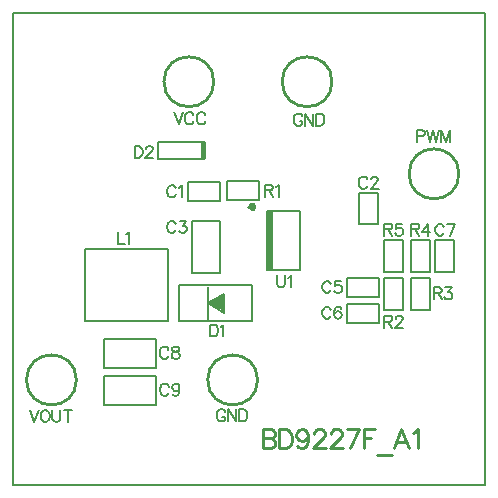
<source format=gto>
%FSLAX44Y44*%
%MOMM*%
G71*
G01*
G75*
G04 Layer_Color=65535*
%ADD10C,0.6000*%
%ADD11C,0.2540*%
%ADD12R,1.1000X0.7000*%
%ADD13R,1.0000X1.8000*%
%ADD14R,1.0000X1.8000*%
%ADD15R,0.7000X1.1000*%
%ADD16R,1.9000X2.5000*%
%ADD17R,1.8000X1.0000*%
%ADD18R,1.8000X1.0000*%
%ADD19R,2.4000X5.5000*%
%ADD20R,2.0000X0.6500*%
%ADD21R,2.0000X1.1000*%
%ADD22R,0.8000X1.1000*%
%ADD23C,0.4000*%
%ADD24C,1.0000*%
%ADD25C,0.2000*%
%ADD26C,3.5000*%
%ADD27C,0.2032*%
%ADD28C,0.1500*%
%ADD29C,0.2800*%
D11*
X207065Y88916D02*
G03*
X207065Y88916I-21137J0D01*
G01*
X53649D02*
G03*
X53649Y88916I-21137J0D01*
G01*
X169981Y341376D02*
G03*
X169981Y341376I-21137J0D01*
G01*
X377499Y263398D02*
G03*
X377499Y263398I-21137J0D01*
G01*
X270057Y341376D02*
G03*
X270057Y341376I-21137J0D01*
G01*
D23*
X203904Y235300D02*
G03*
X203904Y235300I-1796J0D01*
G01*
D25*
X76826Y99412D02*
X120826D01*
Y123412D01*
X76826D02*
X120826D01*
X76826Y99412D02*
Y123412D01*
Y67916D02*
X120826D01*
Y91916D01*
X76826D02*
X120826D01*
X76826Y67916D02*
Y91916D01*
X151448Y179414D02*
Y223414D01*
Y179414D02*
X175448D01*
Y223414D01*
X151448D02*
X175448D01*
X0Y0D02*
X400000D01*
Y400000D01*
X0D02*
X400000D01*
X0Y0D02*
Y400000D01*
D27*
X314072Y180010D02*
X330072D01*
Y207010D01*
X314072D02*
X330072D01*
X314072Y180010D02*
Y207010D01*
X336646D02*
X352646D01*
X336646Y180010D02*
Y207010D01*
Y180010D02*
X352646D01*
Y207010D01*
X356966D02*
X372966D01*
X356966Y180010D02*
Y207010D01*
Y180010D02*
X372966D01*
Y207010D01*
X309530Y137448D02*
Y153448D01*
X282530D02*
X309530D01*
X282530Y137448D02*
Y153448D01*
Y137448D02*
X309530D01*
X336646Y175292D02*
X352646D01*
X336646Y148292D02*
Y175292D01*
Y148292D02*
X352646D01*
Y175292D01*
X172264Y156626D02*
X175764D01*
X176014Y156376D01*
Y154126D02*
Y156376D01*
X174514Y151626D02*
X174764Y151376D01*
X175764D01*
X173014Y154126D02*
X175764Y151376D01*
X171264Y154126D02*
X173014D01*
X171264D02*
X175514Y158376D01*
X177514D01*
Y147876D02*
Y158376D01*
X164764Y139906D02*
Y167846D01*
X165764Y153876D02*
X176764Y148876D01*
Y159876D01*
X167764Y153876D02*
X176764Y157876D01*
X168764Y153876D02*
X175764Y151876D01*
X174764Y155876D02*
X175764Y151876D01*
X172764Y153876D02*
X174764Y155876D01*
X140514Y168876D02*
X202514D01*
X140514Y138876D02*
X202514Y138876D01*
X140514Y138876D02*
Y168876D01*
X202514Y138876D02*
Y168876D01*
X164764Y153876D02*
X178764Y161876D01*
X164764Y153876D02*
X178764Y145876D01*
Y161876D01*
X309530Y159292D02*
Y175292D01*
X282530D02*
X309530D01*
X282530Y159292D02*
Y175292D01*
Y159292D02*
X309530D01*
X314072Y148292D02*
X330072D01*
Y175292D01*
X314072D02*
X330072D01*
X314072Y148292D02*
Y175292D01*
X180944Y241016D02*
Y257016D01*
Y241016D02*
X207944D01*
Y257016D01*
X180944D02*
X207944D01*
X60822Y138876D02*
X130822D01*
Y199836D01*
X60822D02*
X130822D01*
X60822Y138876D02*
Y199836D01*
X292736Y247554D02*
X308736D01*
X292736Y220554D02*
Y247554D01*
Y220554D02*
X308736D01*
Y247554D01*
X215108Y182360D02*
Y232360D01*
X243108D01*
Y182360D02*
Y232360D01*
X215108Y182360D02*
X243108D01*
X216408D02*
Y232360D01*
X217678Y182360D02*
Y232360D01*
X218948Y182360D02*
Y232360D01*
X148432Y256666D02*
X175432D01*
Y240666D02*
Y256666D01*
X148432Y240666D02*
X175432D01*
X148432D02*
Y256666D01*
X102870Y287018D02*
Y276860D01*
Y287018D02*
X106256D01*
X107707Y286534D01*
X108674Y285567D01*
X109158Y284599D01*
X109642Y283148D01*
Y280730D01*
X109158Y279279D01*
X108674Y278311D01*
X107707Y277344D01*
X106256Y276860D01*
X102870D01*
X112399Y284599D02*
Y285083D01*
X112883Y286050D01*
X113366Y286534D01*
X114334Y287018D01*
X116269D01*
X117236Y286534D01*
X117720Y286050D01*
X118203Y285083D01*
Y284116D01*
X117720Y283148D01*
X116752Y281697D01*
X111915Y276860D01*
X118687D01*
X137812Y251325D02*
X137328Y252293D01*
X136361Y253260D01*
X135393Y253744D01*
X133458D01*
X132491Y253260D01*
X131523Y252293D01*
X131040Y251325D01*
X130556Y249874D01*
Y247456D01*
X131040Y246005D01*
X131523Y245037D01*
X132491Y244070D01*
X133458Y243586D01*
X135393D01*
X136361Y244070D01*
X137328Y245037D01*
X137812Y246005D01*
X140666Y251809D02*
X141633Y252293D01*
X143084Y253744D01*
Y243586D01*
X137684Y221061D02*
X137200Y222029D01*
X136233Y222996D01*
X135265Y223480D01*
X133330D01*
X132363Y222996D01*
X131396Y222029D01*
X130912Y221061D01*
X130428Y219610D01*
Y217192D01*
X130912Y215741D01*
X131396Y214773D01*
X132363Y213806D01*
X133330Y213322D01*
X135265D01*
X136233Y213806D01*
X137200Y214773D01*
X137684Y215741D01*
X141505Y223480D02*
X146826D01*
X143924Y219610D01*
X145375D01*
X146342Y219126D01*
X146826Y218643D01*
X147310Y217192D01*
Y216224D01*
X146826Y214773D01*
X145858Y213806D01*
X144407Y213322D01*
X142956D01*
X141505Y213806D01*
X141021Y214289D01*
X140538Y215257D01*
X269130Y170205D02*
X268646Y171173D01*
X267679Y172140D01*
X266711Y172624D01*
X264776D01*
X263809Y172140D01*
X262841Y171173D01*
X262358Y170205D01*
X261874Y168754D01*
Y166336D01*
X262358Y164885D01*
X262841Y163917D01*
X263809Y162950D01*
X264776Y162466D01*
X266711D01*
X267679Y162950D01*
X268646Y163917D01*
X269130Y164885D01*
X277788Y172624D02*
X272951D01*
X272467Y168270D01*
X272951Y168754D01*
X274402Y169238D01*
X275853D01*
X277304Y168754D01*
X278272Y167787D01*
X278755Y166336D01*
Y165368D01*
X278272Y163917D01*
X277304Y162950D01*
X275853Y162466D01*
X274402D01*
X272951Y162950D01*
X272467Y163433D01*
X271984Y164401D01*
X269130Y148361D02*
X268646Y149329D01*
X267679Y150296D01*
X266711Y150780D01*
X264776D01*
X263809Y150296D01*
X262841Y149329D01*
X262358Y148361D01*
X261874Y146910D01*
Y144492D01*
X262358Y143041D01*
X262841Y142073D01*
X263809Y141106D01*
X264776Y140622D01*
X266711D01*
X267679Y141106D01*
X268646Y142073D01*
X269130Y143041D01*
X277788Y149329D02*
X277304Y150296D01*
X275853Y150780D01*
X274886D01*
X273435Y150296D01*
X272467Y148845D01*
X271984Y146426D01*
Y144008D01*
X272467Y142073D01*
X273435Y141106D01*
X274886Y140622D01*
X275369D01*
X276821Y141106D01*
X277788Y142073D01*
X278272Y143524D01*
Y144008D01*
X277788Y145459D01*
X276821Y146426D01*
X275369Y146910D01*
X274886D01*
X273435Y146426D01*
X272467Y145459D01*
X271984Y144008D01*
X364856Y218655D02*
X364372Y219623D01*
X363405Y220590D01*
X362437Y221074D01*
X360502D01*
X359535Y220590D01*
X358567Y219623D01*
X358084Y218655D01*
X357600Y217204D01*
Y214786D01*
X358084Y213335D01*
X358567Y212367D01*
X359535Y211400D01*
X360502Y210916D01*
X362437D01*
X363405Y211400D01*
X364372Y212367D01*
X364856Y213335D01*
X374481Y221074D02*
X369644Y210916D01*
X367709Y221074D02*
X374481D01*
X131512Y114579D02*
X131028Y115547D01*
X130060Y116514D01*
X129093Y116998D01*
X127158D01*
X126191Y116514D01*
X125223Y115547D01*
X124740Y114579D01*
X124256Y113128D01*
Y110710D01*
X124740Y109259D01*
X125223Y108291D01*
X126191Y107324D01*
X127158Y106840D01*
X129093D01*
X130060Y107324D01*
X131028Y108291D01*
X131512Y109259D01*
X136784Y116998D02*
X135333Y116514D01*
X134849Y115547D01*
Y114579D01*
X135333Y113612D01*
X136300Y113128D01*
X138235Y112645D01*
X139686Y112161D01*
X140654Y111193D01*
X141137Y110226D01*
Y108775D01*
X140654Y107807D01*
X140170Y107324D01*
X138719Y106840D01*
X136784D01*
X135333Y107324D01*
X134849Y107807D01*
X134365Y108775D01*
Y110226D01*
X134849Y111193D01*
X135817Y112161D01*
X137268Y112645D01*
X139202Y113128D01*
X140170Y113612D01*
X140654Y114579D01*
Y115547D01*
X140170Y116514D01*
X138719Y116998D01*
X136784D01*
X131766Y83337D02*
X131282Y84305D01*
X130314Y85272D01*
X129347Y85756D01*
X127412D01*
X126445Y85272D01*
X125477Y84305D01*
X124994Y83337D01*
X124510Y81886D01*
Y79468D01*
X124994Y78017D01*
X125477Y77049D01*
X126445Y76082D01*
X127412Y75598D01*
X129347D01*
X130314Y76082D01*
X131282Y77049D01*
X131766Y78017D01*
X140908Y82370D02*
X140424Y80919D01*
X139457Y79951D01*
X138005Y79468D01*
X137522D01*
X136071Y79951D01*
X135103Y80919D01*
X134619Y82370D01*
Y82854D01*
X135103Y84305D01*
X136071Y85272D01*
X137522Y85756D01*
X138005D01*
X139457Y85272D01*
X140424Y84305D01*
X140908Y82370D01*
Y79951D01*
X140424Y77533D01*
X139457Y76082D01*
X138005Y75598D01*
X137038D01*
X135587Y76082D01*
X135103Y77049D01*
X166688Y135840D02*
Y125682D01*
Y135840D02*
X170074D01*
X171525Y135356D01*
X172492Y134389D01*
X172976Y133421D01*
X173460Y131970D01*
Y129552D01*
X172976Y128101D01*
X172492Y127133D01*
X171525Y126166D01*
X170074Y125682D01*
X166688D01*
X175733Y133905D02*
X176701Y134389D01*
X178152Y135840D01*
Y125682D01*
X213360Y254252D02*
Y244094D01*
Y254252D02*
X217713D01*
X219165Y253768D01*
X219648Y253284D01*
X220132Y252317D01*
Y251350D01*
X219648Y250382D01*
X219165Y249898D01*
X217713Y249415D01*
X213360D01*
X216746D02*
X220132Y244094D01*
X222405Y252317D02*
X223373Y252801D01*
X224824Y254252D01*
Y244094D01*
X314452Y143114D02*
Y132956D01*
Y143114D02*
X318805D01*
X320257Y142630D01*
X320740Y142146D01*
X321224Y141179D01*
Y140211D01*
X320740Y139244D01*
X320257Y138760D01*
X318805Y138277D01*
X314452D01*
X317838D02*
X321224Y132956D01*
X323981Y140695D02*
Y141179D01*
X324465Y142146D01*
X324948Y142630D01*
X325916Y143114D01*
X327851D01*
X328818Y142630D01*
X329302Y142146D01*
X329785Y141179D01*
Y140211D01*
X329302Y139244D01*
X328334Y137793D01*
X323497Y132956D01*
X330269D01*
X356076Y167258D02*
Y157100D01*
Y167258D02*
X360429D01*
X361880Y166774D01*
X362364Y166290D01*
X362848Y165323D01*
Y164356D01*
X362364Y163388D01*
X361880Y162905D01*
X360429Y162421D01*
X356076D01*
X359462D02*
X362848Y157100D01*
X366089Y167258D02*
X371409D01*
X368507Y163388D01*
X369958D01*
X370926Y162905D01*
X371409Y162421D01*
X371893Y160970D01*
Y160002D01*
X371409Y158551D01*
X370442Y157584D01*
X368991Y157100D01*
X367540D01*
X366089Y157584D01*
X365605Y158068D01*
X365121Y159035D01*
X337026Y221328D02*
Y211170D01*
Y221328D02*
X341379D01*
X342831Y220844D01*
X343314Y220360D01*
X343798Y219393D01*
Y218426D01*
X343314Y217458D01*
X342831Y216975D01*
X341379Y216491D01*
X337026D01*
X340412D02*
X343798Y211170D01*
X350908Y221328D02*
X346071Y214556D01*
X353327D01*
X350908Y221328D02*
Y211170D01*
X314452Y221314D02*
Y211156D01*
Y221314D02*
X318805D01*
X320257Y220830D01*
X320740Y220346D01*
X321224Y219379D01*
Y218411D01*
X320740Y217444D01*
X320257Y216960D01*
X318805Y216477D01*
X314452D01*
X317838D02*
X321224Y211156D01*
X329302Y221314D02*
X324465D01*
X323981Y216960D01*
X324465Y217444D01*
X325916Y217928D01*
X327367D01*
X328818Y217444D01*
X329785Y216477D01*
X330269Y215025D01*
Y214058D01*
X329785Y212607D01*
X328818Y211639D01*
X327367Y211156D01*
X325916D01*
X324465Y211639D01*
X323981Y212123D01*
X323497Y213091D01*
X245000Y312031D02*
X244516Y312999D01*
X243549Y313966D01*
X242581Y314450D01*
X240646D01*
X239679Y313966D01*
X238711Y312999D01*
X238228Y312031D01*
X237744Y310580D01*
Y308162D01*
X238228Y306710D01*
X238711Y305743D01*
X239679Y304776D01*
X240646Y304292D01*
X242581D01*
X243549Y304776D01*
X244516Y305743D01*
X245000Y306710D01*
Y308162D01*
X242581D02*
X245000D01*
X247321Y314450D02*
Y304292D01*
Y314450D02*
X254093Y304292D01*
Y314450D02*
Y304292D01*
X256899Y314450D02*
Y304292D01*
Y314450D02*
X260285D01*
X261736Y313966D01*
X262703Y312999D01*
X263187Y312031D01*
X263671Y310580D01*
Y308162D01*
X263187Y306710D01*
X262703Y305743D01*
X261736Y304776D01*
X260285Y304292D01*
X256899D01*
X299864Y258691D02*
X299380Y259659D01*
X298412Y260626D01*
X297445Y261110D01*
X295510D01*
X294543Y260626D01*
X293575Y259659D01*
X293092Y258691D01*
X292608Y257240D01*
Y254822D01*
X293092Y253370D01*
X293575Y252403D01*
X294543Y251436D01*
X295510Y250952D01*
X297445D01*
X298412Y251436D01*
X299380Y252403D01*
X299864Y253370D01*
X303201Y258691D02*
Y259175D01*
X303685Y260142D01*
X304169Y260626D01*
X305136Y261110D01*
X307071D01*
X308038Y260626D01*
X308522Y260142D01*
X309006Y259175D01*
Y258208D01*
X308522Y257240D01*
X307554Y255789D01*
X302717Y250952D01*
X309489D01*
X179722Y61603D02*
X179238Y62571D01*
X178270Y63538D01*
X177303Y64022D01*
X175368D01*
X174401Y63538D01*
X173433Y62571D01*
X172950Y61603D01*
X172466Y60152D01*
Y57734D01*
X172950Y56283D01*
X173433Y55315D01*
X174401Y54348D01*
X175368Y53864D01*
X177303D01*
X178270Y54348D01*
X179238Y55315D01*
X179722Y56283D01*
Y57734D01*
X177303D02*
X179722D01*
X182043Y64022D02*
Y53864D01*
Y64022D02*
X188815Y53864D01*
Y64022D02*
Y53864D01*
X191621Y64022D02*
Y53864D01*
Y64022D02*
X195007D01*
X196458Y63538D01*
X197425Y62571D01*
X197909Y61603D01*
X198393Y60152D01*
Y57734D01*
X197909Y56283D01*
X197425Y55315D01*
X196458Y54348D01*
X195007Y53864D01*
X191621D01*
X88964Y214312D02*
Y204154D01*
X94768D01*
X95881Y212377D02*
X96848Y212861D01*
X98300Y214312D01*
Y204154D01*
X341630Y295159D02*
X345983D01*
X347435Y295643D01*
X347918Y296126D01*
X348402Y297094D01*
Y298545D01*
X347918Y299512D01*
X347435Y299996D01*
X345983Y300480D01*
X341630D01*
Y290322D01*
X350675Y300480D02*
X353094Y290322D01*
X355512Y300480D02*
X353094Y290322D01*
X355512Y300480D02*
X357931Y290322D01*
X360349Y300480D02*
X357931Y290322D01*
X362381Y300480D02*
Y290322D01*
Y300480D02*
X366251Y290322D01*
X370120Y300480D02*
X366251Y290322D01*
X370120Y300480D02*
Y290322D01*
X223520Y177544D02*
Y170288D01*
X224004Y168837D01*
X224971Y167870D01*
X226422Y167386D01*
X227390D01*
X228841Y167870D01*
X229808Y168837D01*
X230292Y170288D01*
Y177544D01*
X233097Y175609D02*
X234065Y176093D01*
X235516Y177544D01*
Y167386D01*
X136398Y315466D02*
X140268Y305308D01*
X144137Y315466D02*
X140268Y305308D01*
X152699Y313047D02*
X152215Y314015D01*
X151248Y314982D01*
X150280Y315466D01*
X148345D01*
X147378Y314982D01*
X146411Y314015D01*
X145927Y313047D01*
X145443Y311596D01*
Y309178D01*
X145927Y307726D01*
X146411Y306759D01*
X147378Y305792D01*
X148345Y305308D01*
X150280D01*
X151248Y305792D01*
X152215Y306759D01*
X152699Y307726D01*
X162808Y313047D02*
X162325Y314015D01*
X161357Y314982D01*
X160390Y315466D01*
X158455D01*
X157488Y314982D01*
X156520Y314015D01*
X156037Y313047D01*
X155553Y311596D01*
Y309178D01*
X156037Y307726D01*
X156520Y306759D01*
X157488Y305792D01*
X158455Y305308D01*
X160390D01*
X161357Y305792D01*
X162325Y306759D01*
X162808Y307726D01*
X14224Y63498D02*
X18094Y53340D01*
X21963Y63498D02*
X18094Y53340D01*
X26172Y63498D02*
X25204Y63014D01*
X24237Y62047D01*
X23753Y61079D01*
X23269Y59628D01*
Y57210D01*
X23753Y55759D01*
X24237Y54791D01*
X25204Y53824D01*
X26172Y53340D01*
X28106D01*
X29074Y53824D01*
X30041Y54791D01*
X30525Y55759D01*
X31009Y57210D01*
Y59628D01*
X30525Y61079D01*
X30041Y62047D01*
X29074Y63014D01*
X28106Y63498D01*
X26172D01*
X33379D02*
Y56242D01*
X33863Y54791D01*
X34830Y53824D01*
X36281Y53340D01*
X37248D01*
X38700Y53824D01*
X39667Y54791D01*
X40151Y56242D01*
Y63498D01*
X46342D02*
Y53340D01*
X42956Y63498D02*
X49728D01*
D28*
X122762Y275670D02*
Y290402D01*
Y275670D02*
X160100D01*
Y290402D01*
X122762D02*
X160100D01*
X161624D01*
X161370Y290148D02*
X161624Y290402D01*
X161370Y275924D02*
Y290148D01*
X161116Y275670D02*
X161370Y275924D01*
X160100Y275670D02*
X161116D01*
X161624Y276178D02*
Y290402D01*
X160100Y275670D02*
X161624D01*
Y281004D01*
Y275670D02*
X162894Y276940D01*
Y289132D01*
X161624Y290402D02*
X162894Y289132D01*
D29*
X211328Y46985D02*
Y30988D01*
Y46985D02*
X218184D01*
X220469Y46223D01*
X221231Y45461D01*
X221992Y43938D01*
Y42414D01*
X221231Y40891D01*
X220469Y40129D01*
X218184Y39367D01*
X211328D02*
X218184D01*
X220469Y38605D01*
X221231Y37844D01*
X221992Y36320D01*
Y34035D01*
X221231Y32511D01*
X220469Y31750D01*
X218184Y30988D01*
X211328D01*
X225572Y46985D02*
Y30988D01*
Y46985D02*
X230905D01*
X233190Y46223D01*
X234713Y44699D01*
X235475Y43176D01*
X236237Y40891D01*
Y37082D01*
X235475Y34797D01*
X234713Y33273D01*
X233190Y31750D01*
X230905Y30988D01*
X225572D01*
X249720Y41652D02*
X248958Y39367D01*
X247435Y37844D01*
X245149Y37082D01*
X244387D01*
X242102Y37844D01*
X240579Y39367D01*
X239817Y41652D01*
Y42414D01*
X240579Y44699D01*
X242102Y46223D01*
X244387Y46985D01*
X245149D01*
X247435Y46223D01*
X248958Y44699D01*
X249720Y41652D01*
Y37844D01*
X248958Y34035D01*
X247435Y31750D01*
X245149Y30988D01*
X243626D01*
X241341Y31750D01*
X240579Y33273D01*
X254823Y43176D02*
Y43938D01*
X255585Y45461D01*
X256347Y46223D01*
X257870Y46985D01*
X260917D01*
X262441Y46223D01*
X263202Y45461D01*
X263964Y43938D01*
Y42414D01*
X263202Y40891D01*
X261679Y38605D01*
X254062Y30988D01*
X264726D01*
X269068Y43176D02*
Y43938D01*
X269830Y45461D01*
X270591Y46223D01*
X272115Y46985D01*
X275162D01*
X276685Y46223D01*
X277447Y45461D01*
X278209Y43938D01*
Y42414D01*
X277447Y40891D01*
X275924Y38605D01*
X268306Y30988D01*
X278971D01*
X293215Y46985D02*
X285598Y30988D01*
X282551Y46985D02*
X293215D01*
X296795D02*
Y30988D01*
Y46985D02*
X306698D01*
X296795Y39367D02*
X302889D01*
X308526Y25656D02*
X320714D01*
X334958Y30988D02*
X328865Y46985D01*
X322771Y30988D01*
X325056Y36320D02*
X332673D01*
X338691Y43938D02*
X340215Y44699D01*
X342500Y46985D01*
Y30988D01*
M02*

</source>
